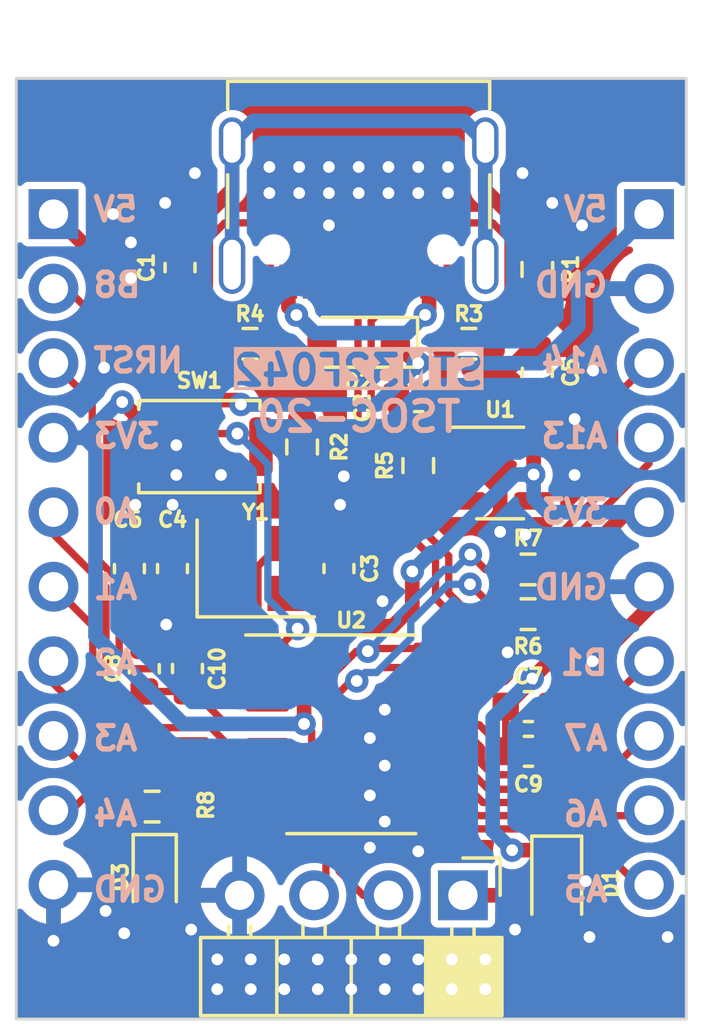
<source format=kicad_pcb>
(kicad_pcb (version 20221018) (generator pcbnew)
  (layers (0 "F.Cu" signal) (31 "B.Cu" signal) (34 "B.Paste" user) (35 "F.Paste" user) (36 "B.SilkS" user "B.Silkscreen") (37 "F.SilkS" user "F.Silkscreen") (38 "B.Mask" user) (39 "F.Mask" user) (44 "Edge.Cuts" user))
  (net 0 "")
  (net 1 "Net-(J1-SHIELD)")
  (net 2 "GND")
  (net 3 "+5V")
  (net 4 "HSE_IN")
  (net 5 "HSE_OUT")
  (net 6 "+3.3V")
  (net 7 "NRST")
  (net 8 "Net-(D1-A)")
  (net 9 "Net-(D2-A)")
  (net 10 "Net-(J1-CC1)")
  (net 11 "USB_DP")
  (net 12 "USB_DM")
  (net 14 "Net-(J1-CC2)")
  (net 16 "SWDIO")
  (net 17 "SWCLK")
  (net 18 "Net-(U1-CE)")
  (net 19 "PA13")
  (net 20 "PA14")
  (net 21 "PB8{slash}BOOT0")
  (net 23 "PA0")
  (net 24 "PA1")
  (net 25 "PA2")
  (net 26 "PA3")
  (net 27 "PA4")
  (net 28 "PA5")
  (net 29 "PA6")
  (net 30 "PA7")
  (net 31 "PB1")
  (net 32 "Net-(D3-A)")
  (footprint "Connector_PinHeader_2.54mm:PinHeader_1x10_P2.54mm_Vertical" (layer "F.Cu") (at 80.01 81.28)
    (fp_text reference "J3" hide)
    (fp_text value "L")
  )
  (footprint "Connector_PinHeader_2.54mm:PinHeader_1x04_P2.54mm_Horizontal" (layer "F.Cu") (at 93.98 104.4956 -90)
    (fp_text reference "J2" hide)
    (fp_text value "STLINK")
  )
  (footprint "Package_SO:TSSOP-20_4.4x6.5mm_P0.65mm" (layer "F.Cu") (at 90.17 99.0092)
    (fp_text reference "U2")
    (fp_text value "STM32F042F6Px" hide)
  )
  (footprint "Resistor_SMD:R_0603_1608Metric" (layer "F.Cu") (at 86.7156 85.6996)
    (fp_text reference "R4")
    (fp_text value "5.1k")
  )
  (footprint "Capacitor_SMD:C_0603_1608Metric" (layer "F.Cu") (at 84.07 93.3608 90)
    (fp_text reference "C4")
    (fp_text value "32pF")
  )
  (footprint "Capacitor_SMD:C_0603_1608Metric" (layer "F.Cu") (at 83.1088 96.77445 -90)
    (fp_text reference "C10")
    (fp_text value "1uF")
  )
  (footprint "Resistor_SMD:R_0603_1608Metric" (layer "F.Cu") (at 96.203 93.3902 180)
    (fp_text reference "R7")
    (fp_text value "0")
  )
  (footprint "Crystal:Crystal_SMD_3225-4Pin_3.2x2.5mm" (layer "F.Cu") (at 86.911 93.3568)
    (fp_text reference "Y1")
    (fp_text value "8 MHz")
  )
  (footprint "Connector_USB:USB_C_Receptacle_Palconn_UTC16-G" (layer "F.Cu") (at 90.424 81.0712 180)
    (fp_text reference "J1" hide)
    (fp_text value "USB_C_REC_16PIN")
  )
  (footprint "Capacitor_SMD:C_0603_1608Metric" (layer "F.Cu") (at 82.6008 93.363 90)
    (fp_text reference "C6")
    (fp_text value "100nF")
  )
  (footprint "Resistor_SMD:R_0603_1608Metric" (layer "F.Cu") (at 83.375 101.473 180)
    (fp_text reference "R8")
    (fp_text value "1k")
  )
  (footprint "Capacitor_SMD:C_0603_1608Metric" (layer "F.Cu") (at 92.469 87.503 180)
    (fp_text reference "C2")
    (fp_text value "10uF")
  )
  (footprint "Resistor_SMD:R_0603_1608Metric" (layer "F.Cu") (at 92.456 89.85 90)
    (fp_text reference "R5")
    (fp_text value "100k")
  )
  (footprint "LED_SMD:LED_0603_1608Metric" (layer "F.Cu") (at 83.4644 103.9115 -90)
    (fp_text reference "D3")
    (fp_text value "LED")
  )
  (footprint "Capacitor_SMD:C_0603_1608Metric" (layer "F.Cu") (at 84.582 96.76825 90)
    (fp_text reference "C8")
    (fp_text value "4.7uF")
  )
  (footprint "Capacitor_SMD:C_0603_1608Metric" (layer "F.Cu") (at 96.2152 98.0638)
    (fp_text reference "C7")
    (fp_text value "100nF")
  )
  (footprint "Diode_SMD:D_SOD-323" (layer "F.Cu") (at 97.1804 104.0892 -90)
    (fp_text reference "D1")
    (fp_text value "1N5819WS")
  )
  (footprint "Capacitor_SMD:C_0603_1608Metric" (layer "F.Cu") (at 89.75 93.3608 -90)
    (fp_text reference "C3")
    (fp_text value "32pF")
  )
  (footprint "Resistor_SMD:R_0603_1608Metric" (layer "F.Cu") (at 96.52 83.1662 -90)
    (fp_text reference "R1")
    (fp_text value "56k")
  )
  (footprint "Resistor_SMD:R_0603_1608Metric" (layer "F.Cu") (at 88.4936 89.217 90)
    (fp_text reference "R2")
    (fp_text value "10k")
  )
  (footprint "Capacitor_SMD:C_0603_1608Metric" (layer "F.Cu") (at 96.2152 99.5878 180)
    (fp_text reference "C9")
    (fp_text value "100nF")
  )
  (footprint "Diode_SMD:D_SOD-323_HandSoldering" (layer "F.Cu") (at 90.424 85.6488 180)
    (fp_text reference "D2")
    (fp_text value "1N5819WS")
  )
  (footprint "Capacitor_SMD:C_0603_1608Metric" (layer "F.Cu") (at 84.328 83.1032 -90)
    (fp_text reference "C1")
    (fp_text value "4.7nF")
  )
  (footprint "Resistor_SMD:R_0603_1608Metric" (layer "F.Cu") (at 94.1832 85.6996 180)
    (fp_text reference "R3")
    (fp_text value "5.1k")
  )
  (footprint "Button_Switch_SMD:SW_Push_SPST_NO_Alps_SKRK" (layer "F.Cu") (at 84.9884 89.2048)
    (fp_text reference "SW1")
    (fp_text value "BOOT0")
  )
  (footprint "Resistor_SMD:R_0603_1608Metric" (layer "F.Cu") (at 96.203 94.9142 180)
    (fp_text reference "R6")
    (fp_text value "0")
  )
  (footprint "Capacitor_SMD:C_0603_1608Metric" (layer "F.Cu") (at 96.52 86.675 -90)
    (fp_text reference "C5")
    (fp_text value "10uF")
  )
  (footprint "Package_TO_SOT_SMD:SOT-23-5" (layer "F.Cu") (at 95.25 90.104)
    (fp_text reference "U1")
    (fp_text value "XC6220B331MR")
  )
  (footprint "Connector_PinHeader_2.54mm:PinHeader_1x10_P2.54mm_Vertical" (layer "F.Cu") (at 100.33 81.28)
    (fp_text reference "J4" hide)
    (fp_text value "R")
  )
  (gr_rect (start 78.74 76.6572) (end 101.6 108.712) (stroke (width 0.1)) (fill none) (layer "Edge.Cuts"))
  (gr_text "STM32F042" (at 90.424 86.614) (layer "B.SilkS" knockout) (effects (font (size 1 1) (thickness 0.2) bold) (justify mirror)))
  (gr_text "TSOC-20" (at 90.424 88.1888) (layer "B.SilkS") (effects (font (size 1 1) (thickness 0.2) bold) (justify mirror)))
  (gr_text "5V\n\nGND\n\nA14\n\nA13\n\n3V3\n\nGND\n\nB1\n\nA7\n\nA6\n\nA5" (at 99.0092 92.71) (layer "B.SilkS") (effects (font (size 0.8 0.8) (thickness 0.18) bold) (justify left mirror)))
  (gr_text "5V\n\nB8\n\nNRST\n\n3V3\n\nA0\n\nA1\n\nA2\n\nA3\n\nA4\n\nGND" (at 81.28 92.71) (layer "B.SilkS") (effects (font (size 0.8 0.8) (thickness 0.18) bold) (justify right mirror)))
  (segment (start 84.328 82.3282) (end 84.328 82.2142) (width 0.5) (layer "F.Cu") (net 1))
  (segment (start 84.328 82.2142) (end 86.104 80.4382) (width 0.5) (layer "F.Cu") (net 1))
  (segment (start 86.104 80.4382) (end 86.104 78.8312) (width 0.5) (layer "F.Cu") (net 1))
  (segment (start 94.742 78.8332) (end 94.744 78.8312) (width 0.5) (layer "F.Cu") (net 1))
  (segment (start 96.52 82.3412) (end 96.52 82.2362) (width 0.5) (layer "F.Cu") (net 1))
  (segment (start 96.52 82.2362) (end 94.742 80.4582) (width 0.5) (layer "F.Cu") (net 1))
  (segment (start 94.742 80.4582) (end 94.742 78.8332) (width 0.5) (layer "F.Cu") (net 1))
  (segment (start 86.104 78.8312) (end 86.8302 78.105) (width 0.5) (layer "B.Cu") (net 1))
  (segment (start 94.0178 78.105) (end 94.744 78.8312) (width 0.5) (layer "B.Cu") (net 1))
  (segment (start 86.8302 78.105) (end 94.0178 78.105) (width 0.5) (layer "B.Cu") (net 1))
  (segment (start 86.104 78.8312) (end 86.104 83.0012) (width 0.5) (layer "B.Cu") (net 1))
  (segment (start 94.744 78.8312) (end 94.744 83.0012) (width 0.5) (layer "B.Cu") (net 1))
  (segment (start 87.5406 85.6996) (end 87.5406 87.2236) (width 0.5) (layer "F.Cu") (net 2))
  (segment (start 89.7636 88.267761) (end 89.7636 90.0628) (width 0.5) (layer "F.Cu") (net 2))
  (segment (start 88.082 94.1358) (end 90.900194 94.1358) (width 0.5) (layer "F.Cu") (net 2))
  (segment (start 87.058 86.741) (end 85.19095 86.741) (width 0.5) (layer "F.Cu") (net 2))
  (segment (start 94.615 87.503) (end 96.218 85.9) (width 0.5) (layer "F.Cu") (net 2))
  (segment (start 89.789 90.932) (end 89.916 91.059) (width 0.5) (layer "F.Cu") (net 2))
  (segment (start 87.249 85.408) (end 87.5406 85.6996) (width 0.5) (layer "F.Cu") (net 2))
  (segment (start 83.29325 95.26875) (end 83.1088 95.4532) (width 0.5) (layer "F.Cu") (net 2))
  (segment (start 94.673528 90.104) (end 95.250141 90.680613) (width 0.5) (layer "F.Cu") (net 2))
  (segment (start 96.1902 100.3878) (end 96.9902 99.5878) (width 0.25) (layer "F.Cu") (net 2))
  (segment (start 94.488 87.503) (end 93.244 87.503) (width 0.5) (layer "F.Cu") (net 2))
  (segment (start 94.673528 90.104) (end 95.225 89.552528) (width 0.5) (layer "F.Cu") (net 2))
  (segment (start 88.6668 90.2152) (end 88.4936 90.042) (width 0.5) (layer "F.Cu") (net 2))
  (segment (start 93.379495 87.367505) (end 93.244 87.503) (width 0.5) (layer "F.Cu") (net 2))
  (segment (start 85.732 92.5858) (end 85.811 92.5068) (width 0.5) (layer "F.Cu") (net 2))
  (segment (start 93.624 85.4338) (end 93.3582 85.6996) (width 0.5) (layer "F.Cu") (net 2))
  (segment (start 82.603 92.5858) (end 85.732 92.5858) (width 0.5) (layer "F.Cu") (net 2))
  (segment (start 87.5406 87.2236) (end 87.058 86.741) (width 0.5) (layer "F.Cu") (net 2))
  (segment (start 88.4936 91.0336) (end 88.3412 91.186) (width 0.5) (layer "F.Cu") (net 2))
  (segment (start 98.0242 98.0638) (end 96.9902 98.0638) (width 0.5) (layer "F.Cu") (net 2))
  (segment (start 84.582 95.504) (end 84.582 95.99325) (width 0.5) (layer "F.Cu") (net 2))
  (segment (start 95.250141 90.680613) (end 95.250141 92.109661) (width 0.5) (layer "F.Cu") (net 2))
  (segment (start 94.1125 90.104) (end 94.673528 90.104) (width 0.5) (layer "F.Cu") (net 2))
  (segment (start 94.987383 100.3878) (end 96.1902 100.3878) (width 0.25) (layer "F.Cu") (net 2))
  (segment (start 83.1088 95.4532) (end 83.1088 95.99945) (width 0.5) (layer "F.Cu") (net 2))
  (segment (start 88.3412 91.186) (end 86.0044 91.186) (width 0.5) (layer "F.Cu") (net 2))
  (segment (start 93.3582 85.6996) (end 93.379495 85.720895) (width 0.5) (layer "F.Cu") (net 2))
  (segment (start 89.789 91.186) (end 89.789 90.932) (width 0.5) (layer "F.Cu") (net 2))
  (segment (start 85.19095 86.741) (end 84.328 85.87805) (width 0.5) (layer "F.Cu") (net 2))
  (segment (start 86.0044 91.186) (end 85.811 91.3794) (width 0.5) (layer "F.Cu") (net 2))
  (segment (start 89.024239 87.5284) (end 89.7636 88.267761) (width 0.5) (layer "F.Cu") (net 2))
  (segment (start 100.33 94.681522) (end 98.491522 96.52) (width 0.5) (layer "F.Cu") (net 2))
  (segment (start 98.3996 96.52) (end 98.3996 96.611922) (width 0.5) (layer "F.Cu") (net 2))
  (segment (start 89.789 90.2152) (end 89.789 90.2152) (width 0.5) (layer "F.Cu") (net 2))
  (segment (start 83.8575 95.26875) (end 84.34675 95.26875) (width 0.5) (layer "F.Cu") (net 2))
  (segment (start 96.9902 98.0638) (end 96.9902 99.5878) (width 0.5) (layer "F.Cu") (net 2))
  (segment (start 100.33 93.98) (end 100.33 94.681522) (width 0.5) (layer "F.Cu") (net 2))
  (segment (start 94.488 87.503) (end 94.615 87.503) (width 0.5) (layer "F.Cu") (net 2))
  (segment (start 89.916 91.059) (end 89.916 90.2152) (width 0.5) (layer "F.Cu") (net 2))
  (segment (start 84.34675 95.26875) (end 84.582 95.504) (width 0.5) (layer "F.Cu") (net 2))
  (segment (start 90.805 99.134617) (end 91.004583 99.3342) (width 0.25) (layer "F.Cu") (net 2))
  (segment (start 95.225 88.24) (end 94.488 87.503) (width 0.5) (layer "F.Cu") (net 2))
  (segment (start 91.2368 94.472406) (end 91.2368 92.3798) (width 0.5) (layer "F.Cu") (net 2))
  (segment (start 88.011 94.2068) (end 88.082 94.1358) (width 0.5) (layer "F.Cu") (net 2))
  (segment (start 88.4936 90.042) (end 88.4936 91.0336) (width 0.5) (layer "F.Cu") (net 2))
  (segment (start 90.043 91.186) (end 89.789 91.186) (width 0.5) (layer "F.Cu") (net 2))
  (segment (start 100.33 83.82) (end 96.6912 83.82) (width 0.5) (layer "F.Cu") (net 2))
  (segment (start 89.916 90.2152) (end 88.6668 90.2152) (width 0.5) (layer "F.Cu") (net 2))
  (segment (start 87.8454 87.5284) (end 89.024239 87.5284) (width 0.5) (layer "F.Cu") (net 2))
  (segment (start 91.2368 92.3798) (end 90.043 91.186) (width 0.5) (layer "F.Cu") (net 2))
  (segment (start 96.218 85.9) (end 96.52 85.9) (width 0.5) (layer "F.Cu") (net 2))
  (segment (start 82.6008 92.588) (end 82.603 92.5858) (width 0.5) (layer "F.Cu") (net 2))
  (segment (start 98.3996 96.611922) (end 98.3996 97.6884) (width 0.5) (layer "F.Cu") (net 2))
  (segment (start 93.379495 85.720895) (end 93.379495 87.367505) (width 0.5) (layer "F.Cu") (net 2))
  (segment (start 89.7636 90.0628) (end 89.916 90.2152) (width 0.5) (layer "F.Cu") (net 2))
  (segment (start 87.249 83.6062) (end 87.249 85.408) (width 0.5) (layer "F.Cu") (net 2))
  (segment (start 91.004583 99.3342) (end 93.933783 99.3342) (width 0.25) (layer "F.Cu") (net 2))
  (segment (start 98.3996 97.6884) (end 98.0242 98.0638) (width 0.5) (layer "F.Cu") (net 2))
  (segment (start 98.3996 96.611922) (end 98.3996 96.611922) (width 0.5) (layer "F.Cu") (net 2))
  (segment (start 85.811 91.3794) (end 85.811 92.5068) (width 0.5) (layer "F.Cu") (net 2))
  (segment (start 96.6912 83.82) (end 96.52 83.9912) (width 0.5) (layer "F.Cu") (net 2))
  (segment (start 93.624 83.5812) (end 93.624 85.4338) (width 0.5) (layer "F.Cu") (net 2))
  (segment (start 98.491522 96.52) (end 98.3996 96.52) (width 0.5) (layer "F.Cu") (net 2))
  (segment (start 96.52 85.9) (end 96.52 83.9912) (width 0.5) (layer "F.Cu") (net 2))
  (segment (start 95.225 89.552528) (end 95.225 88.24) (width 0.5) (layer "F.Cu") (net 2))
  (segment (start 90.900194 94.1358) (end 91.2368 94.472406) (width 0.5) (layer "F.Cu") (net 2))
  (segment (start 87.224 83.5812) (end 87.249 83.6062) (width 0.5) (layer "F.Cu") (net 2))
  (segment (start 87.5406 87.2236) (end 87.8454 87.5284) (width 0.5) (layer "F.Cu") (net 2))
  (segment (start 93.933783 99.3342) (end 94.987383 100.3878) (width 0.25) (layer "F.Cu") (net 2))
  (segment (start 83.8575 95.26875) (end 83.29325 95.26875) (width 0.5) (layer "F.Cu") (net 2))
  (segment (start 84.328 85.87805) (end 84.328 83.8782) (width 0.5) (layer "F.Cu") (net 2))
  (via (at 93.599 106.68) (size 0.8) (drill 0.4) (layers "F.Cu" "B.Cu") (net 2))
  (via (at 85.598 107.696) (size 0.8) (drill 0.4) (layers "F.Cu" "B.Cu") (net 2))
  (via (at 91.313 107.696) (size 0.8) (drill 0.4) (layers "F.Cu" "B.Cu") (net 2))
  (via (at 85.598 106.68) (size 0.8) (drill 0.4) (layers "F.Cu" "B.Cu") (net 2))
  (via (at 87.884 107.696) (size 0.8) (drill 0.4) (layers "F.Cu" "B.Cu") (net 2))
  (via (at 94.742 106.68) (size 0.8) (drill 0.4) (layers "F.Cu" "B.Cu") (net 2))
  (via (at 89.408 79.6742) (size 0.8) (drill 0.4) (layers "F.Cu" "B.Cu") (net 2))
  (via (at 84.709 105.664) (size 0.8) (drill 0.4) (layers "F.Cu" "B.Cu") (net 2))
  (via (at 80.01 106.045) (size 0.8) (drill 0.4) (layers "F.Cu" "B.Cu") (net 2))
  (via (at 84.201 90.17) (size 0.8) (drill 0.4) (layers "F.Cu" "B.Cu") (net 2))
  (via (at 83.8575 95.26875) (size 0.8) (drill 0.4) (layers "F.Cu" "B.Cu") (net 2))
  (via (at 92.456 107.696) (size 0.8) (drill 0.4) (layers "F.Cu" "B.Cu") (net 2))
  (via (at 87.884 106.68) (size 0.8) (drill 0.4) (layers "F.Cu" "B.Cu") (net 2))
  (via (at 89.916 90.2152) (size 0.8) (drill 0.4) (layers "F.Cu" "B.Cu") (net 2))
  (via (at 98.3996 96.52) (size 0.8) (drill 0.4) (layers "F.Cu" "B.Cu") (net 2))
  (via (at 91.44 79.6742) (size 0.8) (drill 0.4) (layers "F.Cu" "B.Cu") (net 2))
  (via (at 86.741 106.68) (size 0.8) (drill 0.4) (layers "F.Cu" "B.Cu") (net 2))
  (via (at 81.788 105.029) (size 0.8) (drill 0.4) (layers "F.Cu" "B.Cu") (net 2))
  (via (at 94.742 107.696) (size 0.8) (drill 0.4) (layers "F.Cu" "B.Cu") (net 2))
  (via (at 90.17 106.68) (size 0.8) (drill 0.4) (layers "F.Cu" "B.Cu") (net 2))
  (via (at 88.392 80.5632) (size 0.8) (drill 0.4) (layers "F.Cu" "B.Cu") (net 2))
  (via (at 89.027 107.696) (size 0.8) (drill 0.4) (layers "F.Cu" "B.Cu") (net 2))
  (via (at 97.028 80.899) (size 0.8) (drill 0.4) (layers "F.Cu" "B.Cu") (net 2))
  (via (at 90.424 80.5632) (size 0.8) (drill 0.4) (layers "F.Cu" "B.Cu") (net 2))
  (via (at 90.805 101.092) (size 0.8) (drill 0.4) (layers "F.Cu" "B.Cu") (net 2))
  (via (at 93.599 107.696) (size 0.8) (drill 0.4) (layers "F.Cu" "B.Cu") (net 2))
  (via (at 82.6516 82.2452) (size 0.8) (drill 0.4) (layers "F.Cu" "B.Cu") (net 2))
  (via (at 84.074 91.186) (size 0.8) (drill 0.4) (layers "F.Cu" "B.Cu") (net 2))
  (via (at 95.758 105.664) (size 0.8) (drill 0.4) (layers "F.Cu" "B.Cu") (net 2))
  (via (at 82.423 105.791) (size 0.8) (drill 0.4) (layers "F.Cu" "B.Cu") (net 2))
  (via (at 84.201 89.154) (size 0.8) (drill 0.4) (layers "F.Cu" "B.Cu") (net 2))
  (via (at 82.042 81.28) (size 0.8) (drill 0.4) (layers "F.Cu" "B.Cu") (net 2))
  (via (at 98.044 81.661) (size 0.8) (drill 0.4) (layers "F.Cu" "B.Cu") (net 2))
  (via (at 83.82 80.899) (size 0.8) (drill 0.4) (layers "F.Cu" "B.Cu") (net 2))
  (via (at 89.408 80.5632) (size 0.8) (drill 0.4) (layers "F.Cu" "B.Cu") (net 2))
  (via (at 92.456 80.5632) (size 0.8) (drill 0.4) (layers "F.Cu" "B.Cu") (net 2))
  (via (at 92.456 106.68) (size 0.8) (drill 0.4) (layers "F.Cu" "B.Cu") (net 2))
  (via (at 86.741 107.696) (size 0.8) (drill 0.4) (layers "F.Cu" "B.Cu") (net 2))
  (via (at 91.313 98.171) (size 0.8) (drill 0.4) (layers "F.Cu" "B.Cu") (net 2))
  (via (at 93.472 79.6742) (size 0.8) (drill 0.4) (layers "F.Cu" "B.Cu") (net 2))
  (via (at 90.805 102.87) (size 0.8) (drill 0.4) (layers "F.Cu" "B.Cu") (net 2))
  (via (at 89.027 106.68) (size 0.8) (drill 0.4) (layers "F.Cu" "B.Cu") (net 2))
  (via (at 92.456 79.6742) (size 0.8) (drill 0.4) (layers "F.Cu" "B.Cu") (net 2))
  (via (at 98.298 105.918) (size 0.8) (drill 0.4) (layers "F.Cu" "B.Cu") (net 2))
  (via (at 95.504 96.2152) (size 0.8) (drill 0.4) (layers "F.Cu" "B.Cu") (net 2))
  (via (at 88.392 79.6742) (size 0.8) (drill 0.4) (layers "F.Cu" "B.Cu") (net 2))
  (via (at 91.2368 94.472406) (size 0.8) (drill 0.4) (layers "F.Cu" "B.Cu") (net 2))
  (via (at 89.789 91.186) (size 0.8) (drill 0.4) (layers "F.Cu" "B.Cu") (net 2))
  (via (at 90.17 107.696) (size 0.8) (drill 0.4) (layers "F.Cu" "B.Cu") (net 2))
  (via (at 98.425 86.614) (size 0.8) (drill 0.4) (layers "F.Cu" "B.Cu") (net 2))
  (via (at 82.6516 83.4644) (size 0.8) (drill 0.4) (layers "F.Cu" "B.Cu") (net 2))
  (via (at 91.313 101.981) (size 0.8) (drill 0.4) (layers "F.Cu" "B.Cu") (net 2))
  (via (at 89.408 81.661) (size 0.8) (drill 0.4) (layers "F.Cu" "B.Cu") (net 2))
  (via (at 97.79 88.265) (size 0.8) (drill 0.4) (layers "F.Cu" "B.Cu") (net 2))
  (via (at 98.171 104.013) (size 0.8) (drill 0.4) (layers "F.Cu" "B.Cu") (net 2))
  (via (at 87.376 79.6742) (size 0.8) (drill 0.4) (layers "F.Cu" "B.Cu") (net 2))
  (via (at 82.804 91.186) (size 0.8) (drill 0.4) (layers "F.Cu" "B.Cu") (net 2))
  (via (at 91.44 80.5632) (size 0.8) (drill 0.4) (layers "F.Cu" "B.Cu") (net 2))
  (via (at 90.805 99.134617) (size 0.8) (drill 0.4) (layers "F.Cu" "B.Cu") (net 2))
  (via (at 84.836 79.883) (size 0.8) (drill 0.4) (layers "F.Cu" "B.Cu") (net 2))
  (via (at 97.79 90.17) (size 0.8) (drill 0.4) (layers "F.Cu" "B.Cu") (net 2))
  (via (at 93.472 80.5632) (size 0.8) (drill 0.4) (layers "F.Cu" "B.Cu") (net 2))
  (via (at 87.376 80.5632) (size 0.8) (drill 0.4) (layers "F.Cu" "B.Cu") (net 2))
  (via (at 81.7372 86.5124) (size 0.8) (drill 0.4) (layers "F.Cu" "B.Cu") (net 2))
  (via (at 95.250141 92.109661) (size 0.8) (drill 0.4) (layers "F.Cu" "B.Cu") (net 2))
  (via (at 91.313 100.076) (size 0.8) (drill 0.4) (layers "F.Cu" "B.Cu") (net 2))
  (via (at 90.424 79.6742) (size 0.8) (drill 0.4) (layers "F.Cu" "B.Cu") (net 2))
  (via (at 100.965 105.918) (size 0.8) (drill 0.4) (layers "F.Cu" "B.Cu") (net 2))
  (via (at 92.456 102.997) (size 0.8) (drill 0.4) (layers "F.Cu" "B.Cu") (net 2))
  (via (at 91.313 106.68) (size 0.8) (drill 0.4) (layers "F.Cu" "B.Cu") (net 2))
  (via (at 96.1136 92.202) (size 0.8) (drill 0.4) (layers "F.Cu" "B.Cu") (net 2))
  (via (at 96.012 79.883) (size 0.8) (drill 0.4) (layers "F.Cu" "B.Cu") (net 2))
  (via (at 85.725 90.17) (size 0.8) (drill 0.4) (layers "F.Cu" "B.Cu") (net 2))
  (segment (start 83.8575 95.26875) (end 85.36275 95.26875) (width 0.5) (layer "B.Cu") (net 2))
  (segment (start 86.36 102.5144) (end 86.36 104.4956) (width 0.5) (layer "B.Cu") (net 2))
  (segment (start 94.164403 84.950547) (end 92.952056 83.7382) (width 0.5) (layer "B.Cu") (net 2))
  (segment (start 90.805 99.134617) (end 90.805 98.679) (width 0.5) (layer "B.Cu") (net 2))
  (segment (start 93.9348 95.0412) (end 94.615 95.0412) (width 0.5) (layer "B.Cu") (net 2))
  (segment (start 86.905662 96.811662) (end 88.897544 96.811662) (width 0.5) (layer "B.Cu") (net 2))
  (segment (start 96.1136 92.97312) (end 96.1136 92.202) (width 0.5) (layer "B.Cu") (net 2))
  (segment (start 89.739783 99.134617) (end 86.36 102.5144) (width 0.5) (layer "B.Cu") (net 2))
  (segment (start 88.897544 96.811662) (end 91.2368 94.472406) (width 0.5) (layer "B.Cu") (net 2))
  (segment (start 91.313 97.663) (end 93.9348 95.0412) (width 0.5) (layer "B.Cu") (net 2))
  (segment (start 91.313 98.171) (end 91.313 97.663) (width 0.5) (layer "B.Cu") (net 2))
  (segment (start 84.201 104.14) (end 84.5566 104.4956) (width 0.5) (layer "B.Cu") (net 2))
  (segment (start 80.01 104.14) (end 84.201 104.14) (width 0.5) (layer "B.Cu") (net 2))
  (segment (start 96.1136 92.202) (end 95.34248 92.202) (width 0.5) (layer "B.Cu") (net 2))
  (segment (start 90.805 99.134617) (end 89.739783 99.134617) (width 0.5) (layer "B.Cu") (net 2))
  (segment (start 95.250141 94.406059) (end 95.250141 92.109661) (width 0.5) (layer "B.Cu") (net 2))
  (segment (start 84.5566 104.4956) (end 86.36 104.4956) (width 0.5) (layer "B.Cu") (net 2))
  (segment (start 92.952056 83.7382) (end 87.8642 83.7382) (width 0.5) (layer "B.Cu") (net 2))
  (segment (start 90.805 98.679) (end 91.313 98.171) (width 0.5) (layer "B.Cu") (net 2))
  (segment (start 95.34248 92.202) (end 95.250141 92.109661) (width 0.5) (layer "B.Cu") (net 2))
  (segment (start 87.8642 83.7382) (end 86.7156 84.8868) (width 0.5) (layer "B.Cu") (net 2))
  (segment (start 100.33 93.98) (end 97.12048 93.98) (width 0.5) (layer "B.Cu") (net 2))
  (segment (start 94.615 95.0412) (end 95.250141 94.406059) (width 0.5) (layer "B.Cu") (net 2))
  (segment (start 97.12048 93.98) (end 96.1136 92.97312) (width 0.5) (layer "B.Cu") (net 2))
  (segment (start 85.36275 95.26875) (end 86.905662 96.811662) (width 0.5) (layer "B.Cu") (net 2))
  (segment (start 92.456 86.36) (end 92.3852 86.36) (width 0.5) (layer "F.Cu") (net 3))
  (segment (start 81.4324 83.9724) (end 85.0788 87.6188) (width 0.5) (layer "F.Cu") (net 3))
  (segment (start 86.256229 87.6188) (end 86.405239 87.76781) (width 0.5) (layer "F.Cu") (net 3))
  (segment (start 91.694 88.263) (end 91.694 85.6688) (width 0.5) (layer "F.Cu") (net 3))
  (segment (start 85.0788 87.6188) (end 86.256229 87.6188) (width 0.5) (layer "F.Cu") (net 3))
  (segment (start 81.4324 82.7024) (end 81.4324 83.9724) (width 0.5) (layer "F.Cu") (net 3))
  (segment (start 91.694 85.6688) (end 91.674 85.6488) (width 0.5) (layer "F.Cu") (net 3))
  (segment (start 94.1125 89.154) (end 92.585 89.154) (width 0.5) (layer "F.Cu") (net 3))
  (segment (start 92.3852 86.36) (end 91.674 85.6488) (width 0.5) (layer "F.Cu") (net 3))
  (segment (start 92.585 89.154) (end 91.694 88.263) (width 0.5) (layer "F.Cu") (net 3))
  (segment (start 80.01 81.28) (end 81.4324 82.7024) (width 0.5) (layer "F.Cu") (net 3))
  (via (at 86.405239 87.76781) (size 0.8) (drill 0.4) (layers "F.Cu" "B.Cu") (net 3))
  (via (at 92.456 86.36) (size 0.8) (drill 0.4) (layers "F.Cu" "B.Cu") (net 3))
  (segment (start 92.456 86.36) (end 96.647 86.36) (width 0.5) (layer "B.Cu") (net 3))
  (segment (start 96.647 86.36) (end 97.917 85.09) (width 0.5) (layer "B.Cu") (net 3))
  (segment (start 92.456 86.36) (end 91.04819 87.76781) (width 0.5) (layer "B.Cu") (net 3))
  (segment (start 91.04819 87.76781) (end 86.405239 87.76781) (width 0.5) (layer "B.Cu") (net 3))
  (segment (start 97.917 83.693) (end 100.33 81.28) (width 0.5) (layer "B.Cu") (net 3))
  (segment (start 97.917 85.09) (end 97.917 83.693) (width 0.5) (layer "B.Cu") (net 3))
  (segment (start 87.3075 96.7342) (end 86.618959 96.7342) (width 0.25) (layer "F.Cu") (net 4))
  (segment (start 86.986 94.878) (end 86.986 93.2818) (width 0.25) (layer "F.Cu") (net 4))
  (segment (start 86.618959 96.7342) (end 86.245 96.360241) (width 0.25) (layer "F.Cu") (net 4))
  (segment (start 87.682 92.5858) (end 89.75 92.5858) (width 0.25) (layer "F.Cu") (net 4))
  (segment (start 86.245 95.619) (end 86.986 94.878) (width 0.25) (layer "F.Cu") (net 4))
  (segment (start 86.245 96.360241) (end 86.245 95.619) (width 0.25) (layer "F.Cu") (net 4))
  (segment (start 86.986 93.2818) (end 87.682 92.5858) (width 0.25) (layer "F.Cu") (net 4))
  (segment (start 85.74 94.1358) (end 85.811 94.2068) (width 0.25) (layer "F.Cu") (net 5))
  (segment (start 86.245 96.996637) (end 86.245 97.010241) (width 0.25) (layer "F.Cu") (net 5))
  (segment (start 86.618959 97.3842) (end 87.3075 97.3842) (width 0.25) (layer "F.Cu") (net 5))
  (segment (start 85.795 96.546637) (end 86.245 96.996637) (width 0.25) (layer "F.Cu") (net 5))
  (segment (start 85.795 94.2228) (end 85.795 96.546637) (width 0.25) (layer "F.Cu") (net 5))
  (segment (start 85.811 94.2068) (end 85.795 94.2228) (width 0.25) (layer "F.Cu") (net 5))
  (segment (start 84.07 94.1358) (end 85.74 94.1358) (width 0.25) (layer "F.Cu") (net 5))
  (segment (start 86.245 97.010241) (end 86.618959 97.3842) (width 0.25) (layer "F.Cu") (net 5))
  (segment (start 97.0989 102.9577) (end 97.1804 103.0392) (width 0.5) (layer "F.Cu") (net 6))
  (segment (start 98.4666 94.982757) (end 96.344868 97.104489) (width 0.5) (layer "F.Cu") (net 6))
  (segment (start 96.3652 97.124821) (end 96.3652 97.1388) (width 0.5) (layer "F.Cu") (net 6))
  (segment (start 93.0325 98.6842) (end 94.5366 98.6842) (width 0.25) (layer "F.Cu") (net 6))
  (segment (start 92.251981 94.659307) (end 92.251981 93.457224) (width 0.5) (layer "F.Cu") (net 6))
  (segment (start 90.386094 95.322406) (end 91.588882 95.322406) (width 0.5) (layer "F.Cu") (net 6))
  (segment (start 96.344868 97.104489) (end 96.3652 97.124821) (width 0.5) (layer "F.Cu") (net 6))
  (segment (start 82.982921 102.3615) (end 82.6644 102.680021) (width 0.25) (layer "F.Cu") (net 6))
  (segment (start 96.393 89.6407) (end 96.393 87.577) (width 0.5) (layer "F.Cu") (net 6))
  (segment (start 88.82 98.913002) (end 88.560598 98.6536) (width 0.25) (layer "F.Cu") (net 6))
  (segment (start 84.2894 101.5624) (end 84.2 101.473) (width 0.25) (layer "F.Cu") (net 6))
  (segment (start 82.982921 103.8865) (end 83.9465 103.8865) (width 0.25) (layer "F.Cu") (net 6))
  (segment (start 88.560598 98.6536) (end 88.560598 97.147902) (width 0.5) (layer "F.Cu") (net 6))
  (segment (start 98.4666 92.5414) (end 98.4666 94.982757) (width 0.5) (layer "F.Cu") (net 6))
  (segment (start 82.6644 103.567979) (end 82.982921 103.8865) (width 0.25) (layer "F.Cu") (net 6))
  (segment (start 96.393 90.1545) (end 96.393 89.6517) (width 0.5) (layer "F.Cu") (net 6))
  (segment (start 96.393 87.577) (end 96.52 87.45) (width 0.5) (layer "F.Cu") (net 6))
  (segment (start 88.026641 98.6536) (end 87.996041 98.6842) (width 0.25) (layer "F.Cu") (net 6))
  (segment (start 82.8884 88.220068) (end 82.8884 89.2048) (width 0.5) (layer "F.Cu") (net 6))
  (segment (start 94.5366 98.6842) (end 95.4402 99.5878) (width 0.25) (layer "F.Cu") (net 6))
  (segment (start 85.920421 98.6842) (end 84.779471 97.54325) (width 0.25) (layer "F.Cu") (net 6))
  (segment (start 87.996041 98.6842) (end 85.920421 98.6842) (width 0.25) (layer "F.Cu") (net 6))
  (segment (start 91.588882 95.322406) (end 92.251981 94.659307) (width 0.5) (layer "F.Cu") (net 6))
  (segment (start 88.560598 97.147902) (end 90.386094 95.322406) (width 0.5) (layer "F.Cu") (net 6))
  (segment (start 83.3115 102.3615) (end 82.982921 102.3615) (width 0.25) (layer "F.Cu") (net 6))
  (segment (start 100.33 91.44) (end 99.568 91.44) (width 0.5) (layer "F.Cu") (net 6))
  (segment (start 84.8686 102.9644) (end 88.252237 102.9644) (width 0.25) (layer "F.Cu") (net 6))
  (segment (start 95.4402 99.5878) (end 95.4402 98.0638) (width 0.25) (layer "F.Cu") (net 6))
  (segment (start 84.2 101.473) (end 83.3115 102.3615) (width 0.25) (layer "F.Cu") (net 6))
  (segment (start 88.252237 102.9644) (end 88.82 102.396637) (width 0.25) (layer "F.Cu") (net 6))
  (segment (start 84.5758 97.54945) (end 84.582 97.54325) (width 0.25) (layer "F.Cu") (net 6))
  (segment (start 88.560598 98.6536) (end 88.026641 98.6536) (width 0.25) (layer "F.Cu") (net 6))
  (segment (start 95.6583 102.9577) (end 97.0989 102.9577) (width 0.5) (layer "F.Cu") (net 6))
  (segment (start 82.6644 102.680021) (end 82.6644 103.567979) (width 0.25) (layer "F.Cu") (net 6))
  (segment (start 96.393 89.6517) (end 96.3875 89.6462) (width 0.5) (layer "F.Cu") (net 6))
  (segment (start 83.1088 97.54945) (end 84.5758 97.54945) (width 0.25) (layer "F.Cu") (net 6))
  (segment (start 82.35374 87.685408) (end 82.8884 88.220068) (width 0.5) (layer "F.Cu") (net 6))
  (segment (start 83.9465 103.8865) (end 84.8686 102.9644) (width 0.25) (layer "F.Cu") (net 6))
  (segment (start 96.3875 89.6462) (end 96.393 89.6407) (width 0.5) (layer "F.Cu") (net 6))
  (segment (start 96.3652 97.1388) (end 95.4402 98.0638) (width 0.5) (layer "F.Cu") (net 6))
  (segment (start 84.779471 97.54325) (end 84.582 97.54325) (width 0.25) (layer "F.Cu") (net 6))
  (segment (start 99.568 91.44) (end 98.4666 92.5414) (width 0.5) (layer "F.Cu") (net 6))
  (segment (start 88.82 102.396637) (end 88.82 98.913002) (width 0.25) (layer "F.Cu") (net 6))
  (via (at 95.6583 102.9577) (size 0.8) (drill 0.4) (layers "F.Cu" "B.Cu") (net 6))
  (via (at 96.393 90.1545) (size 0.8) (drill 0.4) (layers "F.Cu" "B.Cu") (net 6))
  (via (at 96.344868 97.104489) (size 0.8) (drill 0.4) (layers "F.Cu" "B.Cu") (net 6))
  (via (at 92.251981 93.457224) (size 0.8) (drill 0.4) (layers "F.Cu" "B.Cu") (net 6))
  (via (at 82.35374 87.685408) (size 0.8) (drill 0.4) (layers "F.Cu" "B.Cu") (net 6))
  (via (at 88.560598 98.6536) (size 0.8) (drill 0.4) (layers "F.Cu" "B.Cu") (net 6))
  (segment (start 96.393 90.9574) (end 96.8756 91.44) (width 0.5) (layer "B.Cu") (net 6))
  (segment (start 81.443245 89.266445) (end 81.0768 88.9) (width 0.5) (layer "B.Cu") (net 6))
  (segment (start 82.240592 87.685408) (end 81.026 88.9) (width 0.5) (layer "B.Cu") (net 6))
  (segment (start 81.0768 88.9) (end 80.01 88.9) (width 0.5) (layer "B.Cu") (net 6))
  (segment (start 96.393 90.1545) (end 95.759618 90.1545) (width 0.5) (layer "B.Cu") (net 6))
  (segment (start 92.894005 92.8152) (end 92.251981 93.457224) (width 0.5) (layer "B.Cu") (net 6))
  (segment (start 81.443245 95.667245) (end 81.443245 89.266445) (width 0.5) (layer "B.Cu") (net 6))
  (segment (start 82.35374 87.685408) (end 82.240592 87.685408) (width 0.5) (layer "B.Cu") (net 6))
  (segment (start 94.996 98.453357) (end 96.344868 97.104489) (width 0.5) (layer "B.Cu") (net 6))
  (segment (start 95.6583 102.9577) (end 94.996 102.2954) (width 0.5) (layer "B.Cu") (net 6))
  (segment (start 94.996 102.2954) (end 94.996 98.453357) (width 0.5) (layer "B.Cu") (net 6))
  (segment (start 93.105432 92.808686) (end 93.105432 92.8152) (width 0.5) (layer "B.Cu") (net 6))
  (segment (start 84.4296 98.6536) (end 81.443245 95.667245) (width 0.5) (layer "B.Cu") (net 6))
  (segment (start 81.026 88.9) (end 80.01 88.9) (width 0.5) (layer "B.Cu") (net 6))
  (segment (start 96.393 90.1545) (end 96.393 90.9574) (width 0.5) (layer "B.Cu") (net 6))
  (segment (start 96.8756 91.44) (end 100.33 91.44) (width 0.5) (layer "B.Cu") (net 6))
  (segment (start 95.759618 90.1545) (end 93.105432 92.808686) (width 0.5) (layer "B.Cu") (net 6))
  (segment (start 88.560598 98.6536) (end 84.4296 98.6536) (width 0.5) (layer "B.Cu") (net 6))
  (segment (start 93.105432 92.8152) (end 92.894005 92.8152) (width 0.5) (layer "B.Cu") (net 6))
  (segment (start 82.2508 94.488) (end 82.2508 96.394267) (width 0.25) (layer "F.Cu") (net 7))
  (segment (start 82.2508 96.394267) (end 82.630983 96.77445) (width 0.25) (layer "F.Cu") (net 7))
  (segment (start 84.097983 96.77445) (end 84.104183 96.76825) (width 0.25) (layer "F.Cu") (net 7))
  (segment (start 81.3308 92.868) (end 82.6008 94.138) (width 0.25) (layer "F.Cu") (net 7))
  (segment (start 86.325767 98.0342) (end 87.3075 98.0342) (width 0.25) (layer "F.Cu") (net 7))
  (segment (start 80.01 86.36) (end 81.3308 87.6808) (width 0.25) (layer "F.Cu") (net 7))
  (segment (start 82.6008 94.138) (end 82.2508 94.488) (width 0.25) (layer "F.Cu") (net 7))
  (segment (start 85.059817 96.76825) (end 86.325767 98.0342) (width 0.25) (layer "F.Cu") (net 7))
  (segment (start 81.3308 87.6808) (end 81.3308 92.868) (width 0.25) (layer "F.Cu") (net 7))
  (segment (start 84.104183 96.76825) (end 85.059817 96.76825) (width 0.25) (layer "F.Cu") (net 7))
  (segment (start 82.630983 96.77445) (end 84.097983 96.77445) (width 0.25) (layer "F.Cu") (net 7))
  (segment (start 93.98 104.4956) (end 96.5368 104.4956) (width 0.5) (layer "F.Cu") (net 8))
  (segment (start 96.5368 104.4956) (end 97.1804 105.1392) (width 0.5) (layer "F.Cu") (net 8))
  (segment (start 88.024 84.444646) (end 88.024 83.5812) (width 0.5) (layer "F.Cu") (net 9))
  (segment (start 88.299176 84.719822) (end 88.024 84.444646) (width 0.5) (layer "F.Cu") (net 9))
  (segment (start 88.299176 84.719822) (end 89.174 85.594646) (width 0.5) (layer "F.Cu") (net 9))
  (segment (start 92.824 84.581118) (end 92.824 83.5812) (width 0.5) (layer "F.Cu") (net 9))
  (segment (start 92.690359 84.714759) (end 92.824 84.581118) (width 0.5) (layer "F.Cu") (net 9))
  (via (at 88.299176 84.719822) (size 0.8) (drill 0.4) (layers "F.Cu" "B.Cu") (net 9))
  (via (at 92.690359 84.714759) (size 0.8) (drill 0.4) (layers "F.Cu" "B.Cu") (net 9))
  (segment (start 92.690359 84.714759) (end 92.06994 85.335178) (width 0.5) (layer "B.Cu") (net 9))
  (segment (start 92.06994 85.335178) (end 88.914532 85.335178) (width 0.5) (layer "B.Cu") (net 9))
  (segment (start 88.914532 85.335178) (end 88.299176 84.719822) (width 0.5) (layer "B.Cu") (net 9))
  (segment (start 95.0082 85.6996) (end 95.519 85.1888) (width 0.25) (layer "F.Cu") (net 10))
  (segment (start 95.519 82.1022) (end 94.996 81.5792) (width 0.25) (layer "F.Cu") (net 10))
  (segment (start 91.674 82.7012) (end 91.674 83.5812) (width 0.25) (layer "F.Cu") (net 10))
  (segment (start 95.519 85.1888) (end 95.519 82.1022) (width 0.25) (layer "F.Cu") (net 10))
  (segment (start 94.996 81.5792) (end 92.796 81.5792) (width 0.25) (layer "F.Cu") (net 10))
  (segment (start 92.796 81.5792) (end 91.674 82.7012) (width 0.25) (layer "F.Cu") (net 10))
  (segment (start 93.721041 97.3842) (end 93.0325 97.3842) (width 0.25) (layer "F.Cu") (net 11))
  (segment (start 90.674 84.4612) (end 90.399 84.7362) (width 0.25) (layer "F.Cu") (net 11))
  (segment (start 90.863 88.881569) (end 90.863 90.935858) (width 0.25) (layer "F.Cu") (net 11))
  (segment (start 93.046452 93.11931) (end 93.046452 94.380952) (width 0.25) (layer "F.Cu") (net 11))
  (segment (start 93.046452 94.380952) (end 94.095 95.4295) (width 0.25) (layer "F.Cu") (net 11))
  (segment (start 90.508 84.6272) (end 90.674 84.4612) (width 0.25) (layer "F.Cu") (net 11))
  (segment (start 89.674 84.4612) (end 89.84 84.6272) (width 0.25) (layer "F.Cu") (net 11))
  (segment (start 90.399 84.7362) (end 90.399 88.417569) (width 0.25) (layer "F.Cu") (net 11))
  (segment (start 90.399 88.417569) (end 90.863 88.881569) (width 0.25) (layer "F.Cu") (net 11))
  (segment (start 89.84 84.6272) (end 90.508 84.6272) (width 0.25) (layer "F.Cu") (net 11))
  (segment (start 89.674 83.5812) (end 89.674 84.4612) (width 0.25) (layer "F.Cu") (net 11))
  (segment (start 94.095 95.4295) (end 94.095 97.010241) (width 0.25) (layer "F.Cu") (net 11))
  (segment (start 94.095 97.010241) (end 93.721041 97.3842) (width 0.25) (layer "F.Cu") (net 11))
  (segment (start 90.863 90.935858) (end 93.046452 93.11931) (width 0.25) (layer "F.Cu") (net 11))
  (segment (start 90.674 84.4612) (end 90.674 83.5812) (width 0.25) (layer "F.Cu") (net 11))
  (segment (start 91.174 84.597596) (end 90.849 84.922596) (width 0.25) (layer "F.Cu") (net 12))
  (segment (start 91.174 83.5812) (end 91.174 82.7012) (width 0.25) (layer "F.Cu") (net 12))
  (segment (start 91.174 83.5812) (end 91.174 84.597596) (width 0.25) (layer "F.Cu") (net 12))
  (segment (start 90.407 82.4682) (end 90.174 82.7012) (width 0.25) (layer "F.Cu") (net 12))
  (segment (start 93.496452 94.194556) (end 94.545 95.243104) (width 0.25) (layer "F.Cu") (net 12))
  (segment (start 91.174 82.7012) (end 90.941 82.4682) (width 0.25) (layer "F.Cu") (net 12))
  (segment (start 90.849 88.231173) (end 91.313 88.695173) (width 0.25) (layer "F.Cu") (net 12))
  (segment (start 90.174 82.7012) (end 90.174 83.5812) (width 0.25) (layer "F.Cu") (net 12))
  (segment (start 91.313 90.749462) (end 93.496452 92.932914) (width 0.25) (layer "F.Cu") (net 12))
  (segment (start 94.545 95.243104) (end 94.545 97.210241) (width 0.25) (layer "F.Cu") (net 12))
  (segment (start 90.941 82.4682) (end 90.407 82.4682) (width 0.25) (layer "F.Cu") (net 12))
  (segment (start 93.721041 98.0342) (end 93.0325 98.0342) (width 0.25) (layer "F.Cu") (net 12))
  (segment (start 91.313 88.695173) (end 91.313 90.749462) (width 0.25) (layer "F.Cu") (net 12))
  (segment (start 94.545 97.210241) (end 93.721041 98.0342) (width 0.25) (layer "F.Cu") (net 12))
  (segment (start 93.496452 92.932914) (end 93.496452 94.194556) (width 0.25) (layer "F.Cu") (net 12))
  (segment (start 90.849 84.922596) (end 90.849 88.231173) (width 0.25) (layer "F.Cu") (net 12))
  (segment (start 85.329 85.138) (end 85.329 82.1022) (width 0.25) (layer "F.Cu") (net 14))
  (segment (start 88.674 82.6232) (end 88.674 83.5812) (width 0.25) (layer "F.Cu") (net 14))
  (segment (start 85.329 82.1022) (end 85.852 81.5792) (width 0.25) (layer "F.Cu") (net 14))
  (segment (start 85.8906 85.6996) (end 85.329 85.138) (width 0.25) (layer "F.Cu") (net 14))
  (segment (start 87.63 81.5792) (end 88.674 82.6232) (width 0.25) (layer "F.Cu") (net 14))
  (segment (start 85.852 81.5792) (end 87.63 81.5792) (width 0.25) (layer "F.Cu") (net 14))
  (segment (start 90.356527 97.189743) (end 90.644426 96.901844) (width 0.25) (layer "F.Cu") (net 16))
  (segment (start 90.356527 97.189743) (end 90.160657 97.189743) (width 0.25) (layer "F.Cu") (net 16))
  (segment (start 95.241401 94.9142) (end 95.378 94.9142) (width 0.25) (layer "F.Cu") (net 16))
  (segment (start 89.7564 97.594) (end 89.7564 103.6756) (width 0.25) (layer "F.Cu") (net 16))
  (segment (start 94.221452 93.894251) (end 95.241401 94.9142) (width 0.25) (layer "F.Cu") (net 16))
  (segment (start 90.5764 104.4956) (end 91.44 104.4956) (width 0.25) (layer "F.Cu") (net 16))
  (segment (start 89.7564 103.6756) (end 90.5764 104.4956) (width 0.25) (layer "F.Cu") (net 16))
  (segment (start 91.201687 96.7342) (end 93.0325 96.7342) (width 0.25) (layer "F.Cu") (net 16))
  (segment (start 91.034043 96.901844) (end 91.201687 96.7342) (width 0.25) (layer "F.Cu") (net 16))
  (segment (start 90.160657 97.189743) (end 89.7564 97.594) (width 0.25) (layer "F.Cu") (net 16))
  (segment (start 90.644426 96.901844) (end 91.034043 96.901844) (width 0.25) (layer "F.Cu") (net 16))
  (via (at 90.356527 97.189743) (size 0.8) (drill 0.4) (layers "F.Cu" "B.Cu") (net 16))
  (via (at 94.221452 93.894251) (size 0.8) (drill 0.4) (layers "F.Cu" "B.Cu") (net 16))
  (segment (start 91.034043 96.901844) (end 92.202 95.733887) (width 0.25) (layer "B.Cu") (net 16))
  (segment (start 92.202 95.1682) (end 93.475949 93.894251) (width 0.25) (layer "B.Cu") (net 16))
  (segment (start 92.202 95.733887) (end 92.202 95.1682) (width 0.25) (layer "B.Cu") (net 16))
  (segment (start 90.356527 97.189743) (end 90.644426 96.901844) (width 0.25) (layer "B.Cu") (net 16))
  (segment (start 90.644426 96.901844) (end 91.034043 96.901844) (width 0.25) (layer "B.Cu") (net 16))
  (segment (start 93.475949 93.894251) (end 94.221452 93.894251) (width 0.25) (layer "B.Cu") (net 16))
  (segment (start 89.3064 104.0892) (end 88.9 104.4956) (width 0.25) (layer "F.Cu") (net 17))
  (segment (start 89.3064 97.215272) (end 89.3064 104.0892) (width 0.25) (layer "F.Cu") (net 17))
  (segment (start 90.344828 96.176844) (end 89.3064 97.215272) (width 0.25) (layer "F.Cu") (net 17))
  (segment (start 90.733738 96.176844) (end 90.826382 96.0842) (width 0.25) (layer "F.Cu") (net 17))
  (segment (start 94.742 93.3902) (end 94.234 92.8822) (width 0.25) (layer "F.Cu") (net 17))
  (segment (start 95.378 93.3902) (end 94.742 93.3902) (width 0.25) (layer "F.Cu") (net 17))
  (segment (start 90.733738 96.176844) (end 90.344828 96.176844) (width 0.25) (layer "F.Cu") (net 17))
  (segment (start 90.826382 96.0842) (end 93.0325 96.0842) (width 0.25) (layer "F.Cu") (net 17))
  (via (at 90.733738 96.176844) (size 0.8) (drill 0.4) (layers "F.Cu" "B.Cu") (net 17))
  (via (at 94.234 92.8822) (size 0.8) (drill 0.4) (layers "F.Cu" "B.Cu") (net 17))
  (segment (start 93.700198 93.3902) (end 94.208198 92.8822) (width 0.25) (layer "B.Cu") (net 17))
  (segment (start 94.208198 92.8822) (end 94.234 92.8822) (width 0.25) (layer "B.Cu") (net 17))
  (segment (start 91.752 94.981804) (end 93.343604 93.3902) (width 0.25) (layer "B.Cu") (net 17))
  (segment (start 91.752 95.158582) (end 91.752 94.981804) (width 0.25) (layer "B.Cu") (net 17))
  (segment (start 93.343604 93.3902) (end 93.700198 93.3902) (width 0.25) (layer "B.Cu") (net 17))
  (segment (start 90.733738 96.176844) (end 91.752 95.158582) (width 0.25) (layer "B.Cu") (net 17))
  (segment (start 92.835 91.054) (end 94.1125 91.054) (width 0.5) (layer "F.Cu") (net 18))
  (segment (start 92.456 90.675) (end 92.835 91.054) (width 0.5) (layer "F.Cu") (net 18))
  (segment (start 97.825 94.1172) (end 97.028 94.9142) (width 0.25) (layer "F.Cu") (net 19))
  (segment (start 97.825 92.283299) (end 97.825 94.1172) (width 0.25) (layer "F.Cu") (net 19))
  (segment (start 100.33 88.9) (end 100.33 89.778299) (width 0.25) (layer "F.Cu") (net 19))
  (segment (start 100.33 89.778299) (end 97.825 92.283299) (width 0.25) (layer "F.Cu") (net 19))
  (segment (start 99.155 90.316903) (end 99.155 87.535) (width 0.25) (layer "F.Cu") (net 20))
  (segment (start 97.028 92.443903) (end 99.155 90.316903) (width 0.25) (layer "F.Cu") (net 20))
  (segment (start 99.155 87.535) (end 100.33 86.36) (width 0.25) (layer "F.Cu") (net 20))
  (segment (start 97.028 93.3902) (end 97.028 92.443903) (width 0.25) (layer "F.Cu") (net 20))
  (segment (start 88.3412 95.406302) (end 87.663302 96.0842) (width 0.25) (layer "F.Cu") (net 21))
  (segment (start 86.727611 89.2048) (end 87.0884 89.2048) (width 0.25) (layer "F.Cu") (net 21))
  (segment (start 87.1728 89.2048) (end 87.9856 88.392) (width 0.25) (layer "F.Cu") (net 21))
  (segment (start 87.9856 88.392) (end 88.4936 88.392) (width 0.25) (layer "F.Cu") (net 21))
  (segment (start 85.406584 88.759756) (end 80.466828 83.82) (width 0.25) (layer "F.Cu") (net 21))
  (segment (start 86.282567 88.759756) (end 85.406584 88.759756) (width 0.25) (layer "F.Cu") (net 21))
  (segment (start 87.0884 89.2048) (end 87.1728 89.2048) (width 0.25) (layer "F.Cu") (net 21))
  (segment (start 87.663302 96.0842) (end 87.3075 96.0842) (width 0.25) (layer "F.Cu") (net 21))
  (segment (start 80.466828 83.82) (end 80.01 83.82) (width 0.25) (layer "F.Cu") (net 21))
  (segment (start 86.282567 88.759756) (end 86.727611 89.2048) (width 0.25) (layer "F.Cu") (net 21))
  (via (at 88.3412 95.406302) (size 0.8) (drill 0.4) (layers "F.Cu" "B.Cu") (net 21))
  (via (at 86.282567 88.759756) (size 0.8) (drill 0.4) (layers "F.Cu" "B.Cu") (net 21))
  (segment (start 87.3252 89.802389) (end 86.282567 88.759756) (width 0.25) (layer "B.Cu") (net 21))
  (segment (start 87.3252 94.390302) (end 87.3252 89.802389) (width 0.25) (layer "B.Cu") (net 21))
  (segment (start 88.3412 95.406302) (end 87.3252 94.390302) (width 0.25) (layer "B.Cu") (net 21))
  (segment (start 85.383825 98.784) (end 82.784792 98.784) (width 0.25) (layer "F.Cu") (net 23))
  (segment (start 87.996041 99.3342) (end 85.934025 99.3342) (width 0.25) (layer "F.Cu") (net 23))
  (segment (start 88.065841 102.5144) (end 88.37 102.210241) (width 0.25) (layer "F.Cu") (net 23))
  (segment (start 85.934025 99.3342) (end 85.383825 98.784) (width 0.25) (layer "F.Cu") (net 23))
  (segment (start 88.37 99.708159) (end 87.996041 99.3342) (width 0.25) (layer "F.Cu") (net 23))
  (segment (start 88.37 102.210241) (end 88.37 99.708159) (width 0.25) (layer "F.Cu") (net 23))
  (segment (start 83.4644 103.124) (end 84.074 102.5144) (width 0.25) (layer "F.Cu") (net 23))
  (segment (start 80.01 92.192798) (end 80.01 91.44) (width 0.25) (layer "F.Cu") (net 23))
  (segment (start 82.784792 98.784) (end 81.8008 97.800008) (width 0.25) (layer "F.Cu") (net 23))
  (segment (start 84.074 102.5144) (end 88.065841 102.5144) (width 0.25) (layer "F.Cu") (net 23))
  (segment (start 81.8008 93.983598) (end 80.01 92.192798) (width 0.25) (layer "F.Cu") (net 23))
  (segment (start 81.8008 97.800008) (end 81.8008 93.983598) (width 0.25) (layer "F.Cu") (net 23))
  (segment (start 85.947629 99.9842) (end 87.3075 99.9842) (width 0.25) (layer "F.Cu") (net 24))
  (segment (start 82.598396 99.234) (end 85.197429 99.234) (width 0.25) (layer "F.Cu") (net 24))
  (segment (start 81.3508 97.986404) (end 82.598396 99.234) (width 0.25) (layer "F.Cu") (net 24))
  (segment (start 81.3508 95.3208) (end 81.3508 97.986404) (width 0.25) (layer "F.Cu") (net 24))
  (segment (start 85.197429 99.234) (end 85.947629 99.9842) (width 0.25) (layer "F.Cu") (net 24))
  (segment (start 80.01 93.98) (end 81.3508 95.3208) (width 0.25) (layer "F.Cu") (net 24))
  (segment (start 80.01 97.282) (end 82.412 99.684) (width 0.25) (layer "F.Cu") (net 25))
  (segment (start 82.412 99.684) (end 85.011033 99.684) (width 0.25) (layer "F.Cu") (net 25))
  (segment (start 85.011033 99.684) (end 85.961233 100.6342) (width 0.25) (layer "F.Cu") (net 25))
  (segment (start 85.961233 100.6342) (end 87.3075 100.6342) (width 0.25) (layer "F.Cu") (net 25))
  (segment (start 80.01 96.52) (end 80.01 97.282) (width 0.25) (layer "F.Cu") (net 25))
  (segment (start 81.084 100.134) (end 80.01 99.06) (width 0.25) (layer "F.Cu") (net 26))
  (segment (start 87.3075 101.2842) (end 85.974837 101.2842) (width 0.25) (layer "F.Cu") (net 26))
  (segment (start 84.824637 100.134) (end 81.084 100.134) (width 0.25) (layer "F.Cu") (net 26))
  (segment (start 85.974837 101.2842) (end 84.824637 100.134) (width 0.25) (layer "F.Cu") (net 26))
  (segment (start 81.6356 100.584) (end 80.6196 101.6) (width 0.25) (layer "F.Cu") (net 27))
  (segment (start 87.3075 101.9342) (end 85.988441 101.9342) (width 0.25) (layer "F.Cu") (net 27))
  (segment (start 85.988441 101.9342) (end 84.638241 100.584) (width 0.25) (layer "F.Cu") (net 27))
  (segment (start 84.638241 100.584) (end 81.6356 100.584) (width 0.25) (layer "F.Cu") (net 27))
  (segment (start 80.6196 101.6) (end 80.01 101.6) (width 0.25) (layer "F.Cu") (net 27))
  (segment (start 94.287199 102.2332) (end 98.040804 102.2332) (width 0.25) (layer "F.Cu") (net 28))
  (segment (start 99.947604 104.14) (end 100.33 104.14) (width 0.25) (layer "F.Cu") (net 28))
  (segment (start 98.040804 102.2332) (end 99.947604 104.14) (width 0.25) (layer "F.Cu") (net 28))
  (segment (start 93.0325 101.9342) (end 93.988199 101.9342) (width 0.25) (layer "F.Cu") (net 28))
  (segment (start 93.988199 101.9342) (end 94.287199 102.2332) (width 0.25) (layer "F.Cu") (net 28))
  (segment (start 93.0325 101.2842) (end 93.974595 101.2842) (width 0.25) (layer "F.Cu") (net 29))
  (segment (start 93.974595 101.2842) (end 94.473595 101.7832) (width 0.25) (layer "F.Cu") (net 29))
  (segment (start 100.1468 101.7832) (end 100.33 101.6) (width 0.25) (layer "F.Cu") (net 29))
  (segment (start 94.473595 101.7832) (end 100.1468 101.7832) (width 0.25) (layer "F.Cu") (net 29))
  (segment (start 100.204396 99.06) (end 97.931196 101.3332) (width 0.25) (layer "F.Cu") (net 30))
  (segment (start 97.931196 101.3332) (end 94.659991 101.3332) (width 0.25) (layer "F.Cu") (net 30))
  (segment (start 100.33 99.06) (end 100.204396 99.06) (width 0.25) (layer "F.Cu") (net 30))
  (segment (start 94.659991 101.3332) (end 93.960991 100.6342) (width 0.25) (layer "F.Cu") (net 30))
  (segment (start 93.960991 100.6342) (end 93.0325 100.6342) (width 0.25) (layer "F.Cu") (net 30))
  (segment (start 94.846387 100.8832) (end 97.7448 100.8832) (width 0.25) (layer "F.Cu") (net 31))
  (segment (start 93.947387 99.9842) (end 94.846387 100.8832) (width 0.25) (layer "F.Cu") (net 31))
  (segment (start 93.0325 99.9842) (end 93.947387 99.9842) (width 0.25) (layer "F.Cu") (net 31))
  (segment (start 98.9746 97.8754) (end 100.33 96.52) (width 0.25) (layer "F.Cu") (net 31))
  (segment (start 97.7448 100.8832) (end 98.9746 99.6534) (width 0.25) (layer "F.Cu") (net 31))
  (segment (start 98.9746 99.6534) (end 98.9746 97.8754) (width 0.25) (layer "F.Cu") (net 31))
  (segment (start 82.2144 102.493625) (end 82.55 102.158025) (width 0.25) (layer "F.Cu") (net 32))
  (segment (start 83.4644 104.699) (end 83.159025 104.699) (width 0.25) (layer "F.Cu") (net 32))
  (segment (start 82.55 102.158025) (end 82.55 101.473) (width 0.25) (layer "F.Cu") (net 32))
  (segment (start 82.2144 103.754375) (end 82.2144 102.493625) (width 0.25) (layer "F.Cu") (net 32))
  (segment (start 83.159025 104.699) (end 82.2144 103.754375) (width 0.25) (layer "F.Cu") (net 32))
  (zone (net 0) (net_name "") (layer "F.Cu") (connect_pads (clearance 0)) (min_thickness 0.25)
    (keepout (tracks allowed) (vias allowed) (pads allowed) (copperpour not_allowed) (footprints allowed))
    (fill (thermal_gap 0.5) (thermal_bridge_width 0.5))
    (polygon (pts (xy 94.234 82.804) (xy 86.614 82.804) (xy 86.614 84.455) (xy 94.234 84.328)))
  )
  (zone (net 2) (net_name "GND") (layers "F&B.Cu") (connect_pads (clearance 0.25)) (min_thickness 0.25) (fill yes (thermal_gap 0.5) (thermal_bridge_width 0.5))
    (polygon (pts (xy 78.74 76.6318) (xy 101.6 76.6318) (xy 101.6 108.712) (xy 78.74 108.712)))
  )
)
</source>
